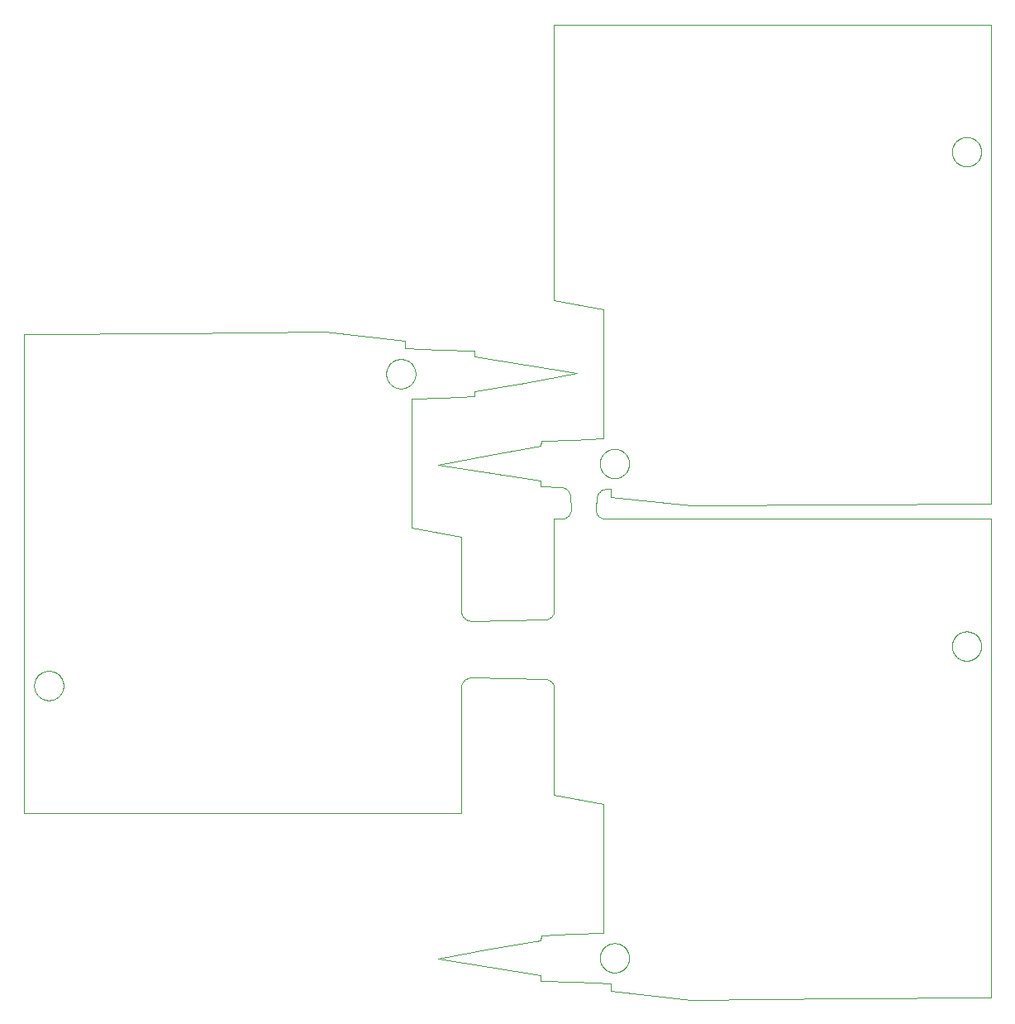
<source format=gko>
%MOIN*%
%OFA0B0*%
%FSLAX44Y44*%
%IPPOS*%
%LPD*%
%ADD10C,0*%
D10*
X00015483Y00025864D02*
X00015483Y00025864D01*
X00015498Y00025864D01*
X00015513Y00025863D01*
X00015529Y00025862D01*
X00015544Y00025860D01*
X00015559Y00025858D01*
X00015574Y00025856D01*
X00015589Y00025853D01*
X00015604Y00025850D01*
X00015619Y00025846D01*
X00015634Y00025842D01*
X00015649Y00025838D01*
X00015663Y00025833D01*
X00015678Y00025828D01*
X00015692Y00025823D01*
X00015706Y00025817D01*
X00015720Y00025811D01*
X00015734Y00025804D01*
X00015748Y00025797D01*
X00015761Y00025790D01*
X00015775Y00025782D01*
X00015788Y00025774D01*
X00015801Y00025766D01*
X00015814Y00025758D01*
X00015826Y00025749D01*
X00015838Y00025739D01*
X00015850Y00025730D01*
X00015862Y00025720D01*
X00015873Y00025710D01*
X00015884Y00025699D01*
X00015895Y00025688D01*
X00015906Y00025677D01*
X00015916Y00025666D01*
X00015926Y00025654D01*
X00015936Y00025643D01*
X00015946Y00025631D01*
X00015955Y00025618D01*
X00015963Y00025606D01*
X00015972Y00025593D01*
X00015980Y00025580D01*
X00015988Y00025567D01*
X00015995Y00025553D01*
X00016002Y00025540D01*
X00016009Y00025526D01*
X00016015Y00025512D01*
X00016022Y00025498D01*
X00016027Y00025484D01*
X00016032Y00025469D01*
X00016037Y00025455D01*
X00016042Y00025440D01*
X00016046Y00025425D01*
X00016050Y00025410D01*
X00016053Y00025395D01*
X00016056Y00025380D01*
X00016058Y00025365D01*
X00016061Y00025350D01*
X00016062Y00025335D01*
X00016064Y00025320D01*
X00016065Y00025304D01*
X00016065Y00025289D01*
X00016066Y00025274D01*
X00016065Y00025258D01*
X00016065Y00025243D01*
X00016064Y00025228D01*
X00016062Y00025212D01*
X00016061Y00025197D01*
X00016058Y00025182D01*
X00016056Y00025167D01*
X00016053Y00025152D01*
X00016050Y00025137D01*
X00016046Y00025122D01*
X00016042Y00025107D01*
X00016037Y00025093D01*
X00016032Y00025078D01*
X00016027Y00025064D01*
X00016022Y00025049D01*
X00016015Y00025035D01*
X00016009Y00025021D01*
X00016002Y00025007D01*
X00015995Y00024994D01*
X00015988Y00024980D01*
X00015980Y00024967D01*
X00015972Y00024954D01*
X00015963Y00024941D01*
X00015955Y00024929D01*
X00015946Y00024917D01*
X00015936Y00024904D01*
X00015926Y00024893D01*
X00015916Y00024881D01*
X00015906Y00024870D01*
X00015895Y00024859D01*
X00015884Y00024848D01*
X00015873Y00024837D01*
X00015862Y00024827D01*
X00015850Y00024817D01*
X00015838Y00024808D01*
X00015826Y00024798D01*
X00015814Y00024790D01*
X00015801Y00024781D01*
X00015788Y00024773D01*
X00015775Y00024765D01*
X00015761Y00024757D01*
X00015748Y00024750D01*
X00015734Y00024743D01*
X00015720Y00024736D01*
X00015706Y00024730D01*
X00015692Y00024724D01*
X00015678Y00024719D01*
X00015663Y00024714D01*
X00015649Y00024709D01*
X00015634Y00024705D01*
X00015619Y00024701D01*
X00015604Y00024697D01*
X00015589Y00024694D01*
X00015574Y00024691D01*
X00015559Y00024689D01*
X00015544Y00024687D01*
X00015529Y00024685D01*
X00015513Y00024684D01*
X00015498Y00024683D01*
X00015483Y00024683D01*
X00015467Y00024683D01*
X00015452Y00024683D01*
X00015437Y00024684D01*
X00015422Y00024685D01*
X00015406Y00024687D01*
X00015391Y00024689D01*
X00015376Y00024691D01*
X00015361Y00024694D01*
X00015346Y00024697D01*
X00015331Y00024701D01*
X00015316Y00024705D01*
X00015301Y00024709D01*
X00015287Y00024714D01*
X00015272Y00024719D01*
X00015258Y00024724D01*
X00015244Y00024730D01*
X00015230Y00024736D01*
X00015216Y00024743D01*
X00015202Y00024750D01*
X00015189Y00024757D01*
X00015175Y00024765D01*
X00015162Y00024773D01*
X00015149Y00024781D01*
X00015137Y00024790D01*
X00015124Y00024798D01*
X00015112Y00024808D01*
X00015100Y00024817D01*
X00015088Y00024827D01*
X00015077Y00024837D01*
X00015066Y00024848D01*
X00015055Y00024859D01*
X00015044Y00024870D01*
X00015034Y00024881D01*
X00015024Y00024893D01*
X00015014Y00024904D01*
X00015005Y00024917D01*
X00014995Y00024929D01*
X00014987Y00024941D01*
X00014978Y00024954D01*
X00014970Y00024967D01*
X00014962Y00024980D01*
X00014955Y00024994D01*
X00014948Y00025007D01*
X00014941Y00025021D01*
X00014935Y00025035D01*
X00014929Y00025049D01*
X00014923Y00025064D01*
X00014918Y00025078D01*
X00014913Y00025093D01*
X00014908Y00025107D01*
X00014904Y00025122D01*
X00014901Y00025137D01*
X00014897Y00025152D01*
X00014894Y00025167D01*
X00014892Y00025182D01*
X00014889Y00025197D01*
X00014888Y00025212D01*
X00014886Y00025228D01*
X00014885Y00025243D01*
X00014885Y00025258D01*
X00014884Y00025274D01*
X00014885Y00025289D01*
X00014885Y00025304D01*
X00014886Y00025320D01*
X00014888Y00025335D01*
X00014889Y00025350D01*
X00014892Y00025365D01*
X00014894Y00025380D01*
X00014897Y00025395D01*
X00014901Y00025410D01*
X00014904Y00025425D01*
X00014908Y00025440D01*
X00014913Y00025455D01*
X00014918Y00025469D01*
X00014923Y00025484D01*
X00014929Y00025498D01*
X00014935Y00025512D01*
X00014941Y00025526D01*
X00014948Y00025540D01*
X00014955Y00025553D01*
X00014962Y00025567D01*
X00014970Y00025580D01*
X00014978Y00025593D01*
X00014987Y00025606D01*
X00014995Y00025618D01*
X00015005Y00025631D01*
X00015014Y00025643D01*
X00015024Y00025654D01*
X00015034Y00025666D01*
X00015044Y00025677D01*
X00015055Y00025688D01*
X00015066Y00025699D01*
X00015077Y00025710D01*
X00015088Y00025720D01*
X00015100Y00025730D01*
X00015112Y00025739D01*
X00015124Y00025749D01*
X00015137Y00025758D01*
X00015149Y00025766D01*
X00015162Y00025774D01*
X00015175Y00025782D01*
X00015189Y00025790D01*
X00015202Y00025797D01*
X00015216Y00025804D01*
X00015230Y00025811D01*
X00015244Y00025817D01*
X00015258Y00025823D01*
X00015272Y00025828D01*
X00015287Y00025833D01*
X00015301Y00025838D01*
X00015316Y00025842D01*
X00015331Y00025846D01*
X00015346Y00025850D01*
X00015361Y00025853D01*
X00015376Y00025856D01*
X00015391Y00025858D01*
X00015406Y00025860D01*
X00015422Y00025862D01*
X00015437Y00025863D01*
X00015452Y00025864D01*
X00015467Y00025864D01*
X00015483Y00025864D01*
X00015911Y00024260D02*
X00015911Y00024260D01*
X00015911Y00024260D01*
X00015909Y00024259D01*
X00015911Y00024260D01*
X00001284Y00013299D02*
X00001284Y00013299D01*
X00001299Y00013298D01*
X00001315Y00013298D01*
X00001330Y00013296D01*
X00001345Y00013295D01*
X00001361Y00013293D01*
X00001376Y00013290D01*
X00001391Y00013288D01*
X00001406Y00013284D01*
X00001421Y00013281D01*
X00001436Y00013277D01*
X00001450Y00013273D01*
X00001465Y00013268D01*
X00001479Y00013263D01*
X00001494Y00013257D01*
X00001508Y00013252D01*
X00001522Y00013245D01*
X00001536Y00013239D01*
X00001549Y00013232D01*
X00001563Y00013225D01*
X00001576Y00013217D01*
X00001589Y00013209D01*
X00001602Y00013201D01*
X00001615Y00013192D01*
X00001627Y00013183D01*
X00001640Y00013174D01*
X00001651Y00013164D01*
X00001663Y00013154D01*
X00001675Y00013144D01*
X00001686Y00013134D01*
X00001697Y00013123D01*
X00001707Y00013112D01*
X00001718Y00013101D01*
X00001728Y00013089D01*
X00001738Y00013077D01*
X00001747Y00013065D01*
X00001756Y00013053D01*
X00001765Y00013040D01*
X00001773Y00013027D01*
X00001781Y00013014D01*
X00001789Y00013001D01*
X00001797Y00012988D01*
X00001804Y00012974D01*
X00001810Y00012960D01*
X00001817Y00012946D01*
X00001823Y00012932D01*
X00001828Y00012918D01*
X00001834Y00012904D01*
X00001839Y00012889D01*
X00001843Y00012875D01*
X00001847Y00012860D01*
X00001851Y00012845D01*
X00001854Y00012830D01*
X00001857Y00012815D01*
X00001860Y00012800D01*
X00001862Y00012785D01*
X00001864Y00012769D01*
X00001865Y00012754D01*
X00001866Y00012739D01*
X00001867Y00012723D01*
X00001867Y00012708D01*
X00001867Y00012693D01*
X00001866Y00012677D01*
X00001865Y00012662D01*
X00001864Y00012647D01*
X00001862Y00012632D01*
X00001860Y00012617D01*
X00001857Y00012601D01*
X00001854Y00012586D01*
X00001851Y00012571D01*
X00001847Y00012557D01*
X00001843Y00012542D01*
X00001839Y00012527D01*
X00001834Y00012513D01*
X00001828Y00012498D01*
X00001823Y00012484D01*
X00001817Y00012470D01*
X00001810Y00012456D01*
X00001804Y00012442D01*
X00001797Y00012428D01*
X00001789Y00012415D01*
X00001781Y00012402D01*
X00001773Y00012389D01*
X00001765Y00012376D01*
X00001756Y00012363D01*
X00001747Y00012351D01*
X00001738Y00012339D01*
X00001728Y00012327D01*
X00001718Y00012316D01*
X00001707Y00012304D01*
X00001697Y00012293D01*
X00001686Y00012282D01*
X00001675Y00012272D01*
X00001663Y00012262D01*
X00001651Y00012252D01*
X00001640Y00012242D01*
X00001627Y00012233D01*
X00001615Y00012224D01*
X00001602Y00012215D01*
X00001589Y00012207D01*
X00001576Y00012199D01*
X00001563Y00012192D01*
X00001549Y00012184D01*
X00001536Y00012177D01*
X00001522Y00012171D01*
X00001508Y00012165D01*
X00001494Y00012159D01*
X00001479Y00012153D01*
X00001465Y00012148D01*
X00001450Y00012144D01*
X00001436Y00012139D01*
X00001421Y00012135D01*
X00001406Y00012132D01*
X00001391Y00012129D01*
X00001376Y00012126D01*
X00001361Y00012124D01*
X00001345Y00012122D01*
X00001330Y00012120D01*
X00001315Y00012119D01*
X00001299Y00012118D01*
X00001284Y00012118D01*
X00001269Y00012118D01*
X00001253Y00012118D01*
X00001238Y00012119D01*
X00001223Y00012120D01*
X00001208Y00012122D01*
X00001192Y00012124D01*
X00001177Y00012126D01*
X00001162Y00012129D01*
X00001147Y00012132D01*
X00001132Y00012135D01*
X00001117Y00012139D01*
X00001103Y00012144D01*
X00001088Y00012148D01*
X00001074Y00012153D01*
X00001059Y00012159D01*
X00001045Y00012165D01*
X00001031Y00012171D01*
X00001017Y00012177D01*
X00001004Y00012184D01*
X00000990Y00012192D01*
X00000977Y00012199D01*
X00000964Y00012207D01*
X00000951Y00012215D01*
X00000938Y00012224D01*
X00000926Y00012233D01*
X00000913Y00012242D01*
X00000901Y00012252D01*
X00000890Y00012262D01*
X00000878Y00012272D01*
X00000867Y00012282D01*
X00000856Y00012293D01*
X00000846Y00012304D01*
X00000835Y00012316D01*
X00000825Y00012327D01*
X00000815Y00012339D01*
X00000806Y00012351D01*
X00000797Y00012363D01*
X00000788Y00012376D01*
X00000780Y00012389D01*
X00000771Y00012402D01*
X00000764Y00012415D01*
X00000756Y00012428D01*
X00000749Y00012442D01*
X00000742Y00012456D01*
X00000736Y00012470D01*
X00000730Y00012484D01*
X00000724Y00012498D01*
X00000719Y00012513D01*
X00000714Y00012527D01*
X00000710Y00012542D01*
X00000706Y00012557D01*
X00000702Y00012571D01*
X00000699Y00012586D01*
X00000696Y00012601D01*
X00000693Y00012617D01*
X00000691Y00012632D01*
X00000689Y00012647D01*
X00000688Y00012662D01*
X00000687Y00012677D01*
X00000686Y00012693D01*
X00000686Y00012708D01*
X00000686Y00012723D01*
X00000687Y00012739D01*
X00000688Y00012754D01*
X00000689Y00012769D01*
X00000691Y00012785D01*
X00000693Y00012800D01*
X00000696Y00012815D01*
X00000699Y00012830D01*
X00000702Y00012845D01*
X00000706Y00012860D01*
X00000710Y00012875D01*
X00000714Y00012889D01*
X00000719Y00012904D01*
X00000724Y00012918D01*
X00000730Y00012932D01*
X00000736Y00012946D01*
X00000742Y00012960D01*
X00000749Y00012974D01*
X00000756Y00012988D01*
X00000764Y00013001D01*
X00000771Y00013014D01*
X00000780Y00013027D01*
X00000788Y00013040D01*
X00000797Y00013053D01*
X00000806Y00013065D01*
X00000815Y00013077D01*
X00000825Y00013089D01*
X00000835Y00013101D01*
X00000846Y00013112D01*
X00000856Y00013123D01*
X00000867Y00013134D01*
X00000878Y00013144D01*
X00000890Y00013154D01*
X00000901Y00013164D01*
X00000913Y00013174D01*
X00000926Y00013183D01*
X00000938Y00013192D01*
X00000951Y00013201D01*
X00000964Y00013209D01*
X00000977Y00013217D01*
X00000990Y00013225D01*
X00001004Y00013232D01*
X00001017Y00013239D01*
X00001031Y00013245D01*
X00001045Y00013252D01*
X00001059Y00013257D01*
X00001074Y00013263D01*
X00001088Y00013268D01*
X00001103Y00013273D01*
X00001117Y00013277D01*
X00001132Y00013281D01*
X00001147Y00013284D01*
X00001162Y00013288D01*
X00001177Y00013290D01*
X00001192Y00013293D01*
X00001208Y00013295D01*
X00001223Y00013296D01*
X00001238Y00013298D01*
X00001253Y00013298D01*
X00001269Y00013299D01*
X00001284Y00013299D01*
X00024083Y00021064D02*
X00024083Y00021064D01*
X00024068Y00021064D01*
X00024053Y00021065D01*
X00024037Y00021066D01*
X00024022Y00021068D01*
X00024007Y00021070D01*
X00023992Y00021072D01*
X00023977Y00021075D01*
X00023962Y00021078D01*
X00023947Y00021082D01*
X00023932Y00021086D01*
X00023917Y00021090D01*
X00023903Y00021095D01*
X00023888Y00021100D01*
X00023874Y00021105D01*
X00023860Y00021111D01*
X00023846Y00021117D01*
X00023832Y00021124D01*
X00023818Y00021131D01*
X00023804Y00021138D01*
X00023791Y00021146D01*
X00023778Y00021154D01*
X00023765Y00021162D01*
X00023752Y00021171D01*
X00023740Y00021179D01*
X00023728Y00021189D01*
X00023716Y00021198D01*
X00023704Y00021208D01*
X00023693Y00021218D01*
X00023681Y00021229D01*
X00023671Y00021240D01*
X00023660Y00021251D01*
X00023650Y00021262D01*
X00023640Y00021274D01*
X00023630Y00021285D01*
X00023620Y00021298D01*
X00023611Y00021310D01*
X00023602Y00021322D01*
X00023594Y00021335D01*
X00023586Y00021348D01*
X00023578Y00021361D01*
X00023571Y00021375D01*
X00023564Y00021388D01*
X00023557Y00021402D01*
X00023550Y00021416D01*
X00023544Y00021430D01*
X00023539Y00021445D01*
X00023534Y00021459D01*
X00023529Y00021474D01*
X00023524Y00021488D01*
X00023520Y00021503D01*
X00023516Y00021518D01*
X00023513Y00021533D01*
X00023510Y00021548D01*
X00023507Y00021563D01*
X00023505Y00021578D01*
X00023503Y00021593D01*
X00023502Y00021609D01*
X00023501Y00021624D01*
X00023500Y00021639D01*
X00023500Y00021655D01*
X00023500Y00021670D01*
X00023501Y00021685D01*
X00023502Y00021701D01*
X00023503Y00021716D01*
X00023505Y00021731D01*
X00023507Y00021746D01*
X00023510Y00021761D01*
X00023513Y00021776D01*
X00023516Y00021791D01*
X00023520Y00021806D01*
X00023524Y00021821D01*
X00023529Y00021836D01*
X00023534Y00021850D01*
X00023539Y00021865D01*
X00023544Y00021879D01*
X00023550Y00021893D01*
X00023557Y00021907D01*
X00023564Y00021921D01*
X00023571Y00021934D01*
X00023578Y00021948D01*
X00023586Y00021961D01*
X00023594Y00021974D01*
X00023602Y00021987D01*
X00023611Y00021999D01*
X00023620Y00022012D01*
X00023630Y00022024D01*
X00023640Y00022035D01*
X00023650Y00022047D01*
X00023660Y00022058D01*
X00023671Y00022069D01*
X00023681Y00022080D01*
X00023693Y00022091D01*
X00023704Y00022101D01*
X00023716Y00022111D01*
X00023728Y00022120D01*
X00023740Y00022130D01*
X00023752Y00022139D01*
X00023765Y00022147D01*
X00023778Y00022155D01*
X00023791Y00022163D01*
X00023804Y00022171D01*
X00023818Y00022178D01*
X00023832Y00022185D01*
X00023846Y00022192D01*
X00023860Y00022198D01*
X00023874Y00022204D01*
X00023888Y00022209D01*
X00023903Y00022214D01*
X00023917Y00022219D01*
X00023932Y00022223D01*
X00023947Y00022227D01*
X00023962Y00022231D01*
X00023977Y00022234D01*
X00023992Y00022237D01*
X00024007Y00022239D01*
X00024022Y00022241D01*
X00024037Y00022243D01*
X00024053Y00022244D01*
X00024068Y00022245D01*
X00024083Y00022245D01*
X00024099Y00022245D01*
X00024114Y00022245D01*
X00024129Y00022244D01*
X00024144Y00022243D01*
X00024160Y00022241D01*
X00024175Y00022239D01*
X00024190Y00022237D01*
X00024205Y00022234D01*
X00024220Y00022231D01*
X00024235Y00022227D01*
X00024250Y00022223D01*
X00024265Y00022219D01*
X00024279Y00022214D01*
X00024294Y00022209D01*
X00024308Y00022204D01*
X00024322Y00022198D01*
X00024336Y00022192D01*
X00024350Y00022185D01*
X00024364Y00022178D01*
X00024377Y00022171D01*
X00024391Y00022163D01*
X00024404Y00022155D01*
X00024417Y00022147D01*
X00024429Y00022139D01*
X00024442Y00022130D01*
X00024454Y00022120D01*
X00024466Y00022111D01*
X00024478Y00022101D01*
X00024489Y00022091D01*
X00024500Y00022080D01*
X00024511Y00022069D01*
X00024522Y00022058D01*
X00024532Y00022047D01*
X00024542Y00022035D01*
X00024552Y00022024D01*
X00024561Y00022012D01*
X00024570Y00021999D01*
X00024579Y00021987D01*
X00024588Y00021974D01*
X00024596Y00021961D01*
X00024604Y00021948D01*
X00024611Y00021934D01*
X00024618Y00021921D01*
X00024625Y00021907D01*
X00024631Y00021893D01*
X00024637Y00021879D01*
X00024643Y00021865D01*
X00024648Y00021850D01*
X00024653Y00021836D01*
X00024658Y00021821D01*
X00024662Y00021806D01*
X00024665Y00021791D01*
X00024669Y00021776D01*
X00024672Y00021761D01*
X00024674Y00021746D01*
X00024676Y00021731D01*
X00024678Y00021716D01*
X00024680Y00021701D01*
X00024681Y00021685D01*
X00024681Y00021670D01*
X00024681Y00021655D01*
X00024681Y00021639D01*
X00024681Y00021624D01*
X00024680Y00021609D01*
X00024678Y00021593D01*
X00024676Y00021578D01*
X00024674Y00021563D01*
X00024672Y00021548D01*
X00024669Y00021533D01*
X00024665Y00021518D01*
X00024662Y00021503D01*
X00024658Y00021488D01*
X00024653Y00021474D01*
X00024648Y00021459D01*
X00024643Y00021445D01*
X00024637Y00021430D01*
X00024631Y00021416D01*
X00024625Y00021402D01*
X00024618Y00021388D01*
X00024611Y00021375D01*
X00024604Y00021361D01*
X00024596Y00021348D01*
X00024588Y00021335D01*
X00024579Y00021322D01*
X00024570Y00021310D01*
X00024561Y00021298D01*
X00024552Y00021285D01*
X00024542Y00021274D01*
X00024532Y00021262D01*
X00024522Y00021251D01*
X00024511Y00021240D01*
X00024500Y00021229D01*
X00024489Y00021218D01*
X00024478Y00021208D01*
X00024466Y00021198D01*
X00024454Y00021189D01*
X00024442Y00021179D01*
X00024429Y00021171D01*
X00024417Y00021162D01*
X00024404Y00021154D01*
X00024391Y00021146D01*
X00024377Y00021138D01*
X00024364Y00021131D01*
X00024350Y00021124D01*
X00024336Y00021117D01*
X00024322Y00021111D01*
X00024308Y00021105D01*
X00024294Y00021100D01*
X00024279Y00021095D01*
X00024265Y00021090D01*
X00024250Y00021086D01*
X00024235Y00021082D01*
X00024220Y00021078D01*
X00024205Y00021075D01*
X00024190Y00021072D01*
X00024175Y00021070D01*
X00024160Y00021068D01*
X00024144Y00021066D01*
X00024129Y00021065D01*
X00024114Y00021064D01*
X00024099Y00021064D01*
X00024083Y00021064D01*
X00023655Y00022668D02*
X00023655Y00022668D01*
X00023655Y00022669D01*
X00023657Y00022669D01*
X00023655Y00022668D01*
X00038282Y00033629D02*
X00038282Y00033629D01*
X00038266Y00033630D01*
X00038251Y00033631D01*
X00038236Y00033632D01*
X00038221Y00033633D01*
X00038205Y00033635D01*
X00038190Y00033638D01*
X00038175Y00033641D01*
X00038160Y00033644D01*
X00038145Y00033647D01*
X00038130Y00033651D01*
X00038116Y00033655D01*
X00038101Y00033660D01*
X00038087Y00033665D01*
X00038072Y00033671D01*
X00038058Y00033677D01*
X00038044Y00033683D01*
X00038030Y00033689D01*
X00038017Y00033696D01*
X00038003Y00033703D01*
X00037990Y00033711D01*
X00037977Y00033719D01*
X00037964Y00033727D01*
X00037951Y00033736D01*
X00037939Y00033745D01*
X00037926Y00033754D01*
X00037914Y00033764D01*
X00037903Y00033774D01*
X00037891Y00033784D01*
X00037880Y00033794D01*
X00037869Y00033805D01*
X00037859Y00033816D01*
X00037848Y00033827D01*
X00037838Y00033839D01*
X00037828Y00033851D01*
X00037819Y00033863D01*
X00037810Y00033875D01*
X00037801Y00033888D01*
X00037793Y00033901D01*
X00037784Y00033914D01*
X00037777Y00033927D01*
X00037769Y00033940D01*
X00037762Y00033954D01*
X00037755Y00033968D01*
X00037749Y00033982D01*
X00037743Y00033996D01*
X00037737Y00034010D01*
X00037732Y00034024D01*
X00037727Y00034039D01*
X00037723Y00034054D01*
X00037719Y00034068D01*
X00037715Y00034083D01*
X00037712Y00034098D01*
X00037709Y00034113D01*
X00037706Y00034128D01*
X00037704Y00034143D01*
X00037702Y00034159D01*
X00037701Y00034174D01*
X00037700Y00034189D01*
X00037699Y00034205D01*
X00037699Y00034220D01*
X00037699Y00034235D01*
X00037700Y00034251D01*
X00037701Y00034266D01*
X00037702Y00034281D01*
X00037704Y00034296D01*
X00037706Y00034312D01*
X00037709Y00034327D01*
X00037712Y00034342D01*
X00037715Y00034357D01*
X00037719Y00034372D01*
X00037723Y00034386D01*
X00037727Y00034401D01*
X00037732Y00034416D01*
X00037737Y00034430D01*
X00037743Y00034444D01*
X00037749Y00034458D01*
X00037755Y00034472D01*
X00037762Y00034486D01*
X00037769Y00034500D01*
X00037777Y00034513D01*
X00037784Y00034526D01*
X00037793Y00034539D01*
X00037801Y00034552D01*
X00037810Y00034565D01*
X00037819Y00034577D01*
X00037828Y00034589D01*
X00037838Y00034601D01*
X00037848Y00034612D01*
X00037859Y00034624D01*
X00037869Y00034635D01*
X00037880Y00034646D01*
X00037891Y00034656D01*
X00037903Y00034666D01*
X00037914Y00034676D01*
X00037926Y00034686D01*
X00037939Y00034695D01*
X00037951Y00034704D01*
X00037964Y00034713D01*
X00037977Y00034721D01*
X00037990Y00034729D01*
X00038003Y00034736D01*
X00038017Y00034744D01*
X00038030Y00034751D01*
X00038044Y00034757D01*
X00038058Y00034763D01*
X00038072Y00034769D01*
X00038087Y00034775D01*
X00038101Y00034780D01*
X00038116Y00034784D01*
X00038130Y00034789D01*
X00038145Y00034793D01*
X00038160Y00034796D01*
X00038175Y00034799D01*
X00038190Y00034802D01*
X00038205Y00034805D01*
X00038221Y00034807D01*
X00038236Y00034808D01*
X00038251Y00034809D01*
X00038266Y00034810D01*
X00038282Y00034811D01*
X00038297Y00034811D01*
X00038312Y00034810D01*
X00038328Y00034809D01*
X00038343Y00034808D01*
X00038358Y00034807D01*
X00038374Y00034805D01*
X00038389Y00034802D01*
X00038404Y00034799D01*
X00038419Y00034796D01*
X00038434Y00034793D01*
X00038448Y00034789D01*
X00038463Y00034784D01*
X00038478Y00034780D01*
X00038492Y00034775D01*
X00038507Y00034769D01*
X00038521Y00034763D01*
X00038535Y00034757D01*
X00038549Y00034751D01*
X00038562Y00034744D01*
X00038576Y00034736D01*
X00038589Y00034729D01*
X00038602Y00034721D01*
X00038615Y00034713D01*
X00038628Y00034704D01*
X00038640Y00034695D01*
X00038653Y00034686D01*
X00038664Y00034676D01*
X00038676Y00034666D01*
X00038688Y00034656D01*
X00038699Y00034646D01*
X00038710Y00034635D01*
X00038720Y00034624D01*
X00038731Y00034612D01*
X00038741Y00034601D01*
X00038751Y00034589D01*
X00038760Y00034577D01*
X00038769Y00034565D01*
X00038778Y00034552D01*
X00038786Y00034539D01*
X00038794Y00034526D01*
X00038802Y00034513D01*
X00038810Y00034500D01*
X00038817Y00034486D01*
X00038823Y00034472D01*
X00038830Y00034458D01*
X00038836Y00034444D01*
X00038841Y00034430D01*
X00038847Y00034416D01*
X00038852Y00034401D01*
X00038856Y00034386D01*
X00038860Y00034372D01*
X00038864Y00034357D01*
X00038867Y00034342D01*
X00038870Y00034327D01*
X00038873Y00034312D01*
X00038875Y00034296D01*
X00038877Y00034281D01*
X00038878Y00034266D01*
X00038879Y00034251D01*
X00038880Y00034235D01*
X00038880Y00034220D01*
X00038880Y00034205D01*
X00038879Y00034189D01*
X00038878Y00034174D01*
X00038877Y00034159D01*
X00038875Y00034143D01*
X00038873Y00034128D01*
X00038870Y00034113D01*
X00038867Y00034098D01*
X00038864Y00034083D01*
X00038860Y00034068D01*
X00038856Y00034054D01*
X00038852Y00034039D01*
X00038847Y00034024D01*
X00038841Y00034010D01*
X00038836Y00033996D01*
X00038830Y00033982D01*
X00038823Y00033968D01*
X00038817Y00033954D01*
X00038810Y00033940D01*
X00038802Y00033927D01*
X00038794Y00033914D01*
X00038786Y00033901D01*
X00038778Y00033888D01*
X00038769Y00033875D01*
X00038760Y00033863D01*
X00038751Y00033851D01*
X00038741Y00033839D01*
X00038731Y00033827D01*
X00038720Y00033816D01*
X00038710Y00033805D01*
X00038699Y00033794D01*
X00038688Y00033784D01*
X00038676Y00033774D01*
X00038664Y00033764D01*
X00038653Y00033754D01*
X00038640Y00033745D01*
X00038628Y00033736D01*
X00038615Y00033727D01*
X00038602Y00033719D01*
X00038589Y00033711D01*
X00038576Y00033703D01*
X00038562Y00033696D01*
X00038549Y00033689D01*
X00038535Y00033683D01*
X00038521Y00033677D01*
X00038507Y00033671D01*
X00038492Y00033665D01*
X00038478Y00033660D01*
X00038463Y00033655D01*
X00038448Y00033651D01*
X00038434Y00033647D01*
X00038419Y00033644D01*
X00038404Y00033641D01*
X00038389Y00033638D01*
X00038374Y00033635D01*
X00038358Y00033633D01*
X00038343Y00033632D01*
X00038328Y00033631D01*
X00038312Y00033630D01*
X00038297Y00033629D01*
X00038282Y00033629D01*
X00024083Y00001143D02*
X00024083Y00001143D01*
X00024068Y00001143D01*
X00024053Y00001144D01*
X00024037Y00001145D01*
X00024022Y00001147D01*
X00024007Y00001149D01*
X00023992Y00001151D01*
X00023977Y00001154D01*
X00023962Y00001157D01*
X00023947Y00001161D01*
X00023932Y00001165D01*
X00023917Y00001169D01*
X00023903Y00001174D01*
X00023888Y00001179D01*
X00023874Y00001184D01*
X00023860Y00001190D01*
X00023846Y00001196D01*
X00023832Y00001203D01*
X00023818Y00001210D01*
X00023804Y00001217D01*
X00023791Y00001224D01*
X00023778Y00001232D01*
X00023765Y00001241D01*
X00023752Y00001249D01*
X00023740Y00001258D01*
X00023728Y00001268D01*
X00023716Y00001277D01*
X00023704Y00001287D01*
X00023693Y00001297D01*
X00023681Y00001308D01*
X00023671Y00001318D01*
X00023660Y00001330D01*
X00023650Y00001341D01*
X00023640Y00001352D01*
X00023630Y00001364D01*
X00023620Y00001376D01*
X00023611Y00001389D01*
X00023602Y00001401D01*
X00023594Y00001414D01*
X00023586Y00001427D01*
X00023578Y00001440D01*
X00023571Y00001454D01*
X00023564Y00001467D01*
X00023557Y00001481D01*
X00023550Y00001495D01*
X00023544Y00001509D01*
X00023539Y00001523D01*
X00023534Y00001538D01*
X00023529Y00001552D01*
X00023524Y00001567D01*
X00023520Y00001582D01*
X00023516Y00001597D01*
X00023513Y00001612D01*
X00023510Y00001627D01*
X00023507Y00001642D01*
X00023505Y00001657D01*
X00023503Y00001672D01*
X00023502Y00001687D01*
X00023501Y00001703D01*
X00023500Y00001718D01*
X00023500Y00001733D01*
X00023500Y00001749D01*
X00023501Y00001764D01*
X00023502Y00001779D01*
X00023503Y00001795D01*
X00023505Y00001810D01*
X00023507Y00001825D01*
X00023510Y00001840D01*
X00023513Y00001855D01*
X00023516Y00001870D01*
X00023520Y00001885D01*
X00023524Y00001900D01*
X00023529Y00001914D01*
X00023534Y00001929D01*
X00023539Y00001943D01*
X00023544Y00001958D01*
X00023550Y00001972D01*
X00023557Y00001986D01*
X00023564Y00001999D01*
X00023571Y00002013D01*
X00023578Y00002026D01*
X00023586Y00002040D01*
X00023594Y00002053D01*
X00023602Y00002065D01*
X00023611Y00002078D01*
X00023620Y00002090D01*
X00023630Y00002102D01*
X00023640Y00002114D01*
X00023650Y00002126D01*
X00023660Y00002137D01*
X00023671Y00002148D01*
X00023681Y00002159D01*
X00023693Y00002170D01*
X00023704Y00002180D01*
X00023716Y00002190D01*
X00023728Y00002199D01*
X00023740Y00002208D01*
X00023752Y00002217D01*
X00023765Y00002226D01*
X00023778Y00002234D01*
X00023791Y00002242D01*
X00023804Y00002250D01*
X00023818Y00002257D01*
X00023832Y00002264D01*
X00023846Y00002271D01*
X00023860Y00002277D01*
X00023874Y00002283D01*
X00023888Y00002288D01*
X00023903Y00002293D01*
X00023917Y00002298D01*
X00023932Y00002302D01*
X00023947Y00002306D01*
X00023962Y00002310D01*
X00023977Y00002313D01*
X00023992Y00002316D01*
X00024007Y00002318D01*
X00024022Y00002320D01*
X00024037Y00002322D01*
X00024053Y00002323D01*
X00024068Y00002324D01*
X00024083Y00002324D01*
X00024099Y00002324D01*
X00024114Y00002324D01*
X00024129Y00002323D01*
X00024144Y00002322D01*
X00024160Y00002320D01*
X00024175Y00002318D01*
X00024190Y00002316D01*
X00024205Y00002313D01*
X00024220Y00002310D01*
X00024235Y00002306D01*
X00024250Y00002302D01*
X00024265Y00002298D01*
X00024279Y00002293D01*
X00024294Y00002288D01*
X00024308Y00002283D01*
X00024322Y00002277D01*
X00024336Y00002271D01*
X00024350Y00002264D01*
X00024364Y00002257D01*
X00024377Y00002250D01*
X00024391Y00002242D01*
X00024404Y00002234D01*
X00024417Y00002226D01*
X00024429Y00002217D01*
X00024442Y00002208D01*
X00024454Y00002199D01*
X00024466Y00002190D01*
X00024478Y00002180D01*
X00024489Y00002170D01*
X00024500Y00002159D01*
X00024511Y00002148D01*
X00024522Y00002137D01*
X00024532Y00002126D01*
X00024542Y00002114D01*
X00024552Y00002102D01*
X00024561Y00002090D01*
X00024570Y00002078D01*
X00024579Y00002065D01*
X00024588Y00002053D01*
X00024596Y00002040D01*
X00024604Y00002026D01*
X00024611Y00002013D01*
X00024618Y00001999D01*
X00024625Y00001986D01*
X00024631Y00001972D01*
X00024637Y00001958D01*
X00024643Y00001943D01*
X00024648Y00001929D01*
X00024653Y00001914D01*
X00024658Y00001900D01*
X00024662Y00001885D01*
X00024665Y00001870D01*
X00024669Y00001855D01*
X00024672Y00001840D01*
X00024674Y00001825D01*
X00024676Y00001810D01*
X00024678Y00001795D01*
X00024680Y00001779D01*
X00024681Y00001764D01*
X00024681Y00001749D01*
X00024681Y00001733D01*
X00024681Y00001718D01*
X00024681Y00001703D01*
X00024680Y00001687D01*
X00024678Y00001672D01*
X00024676Y00001657D01*
X00024674Y00001642D01*
X00024672Y00001627D01*
X00024669Y00001612D01*
X00024665Y00001597D01*
X00024662Y00001582D01*
X00024658Y00001567D01*
X00024653Y00001552D01*
X00024648Y00001538D01*
X00024643Y00001523D01*
X00024637Y00001509D01*
X00024631Y00001495D01*
X00024625Y00001481D01*
X00024618Y00001467D01*
X00024611Y00001454D01*
X00024604Y00001440D01*
X00024596Y00001427D01*
X00024588Y00001414D01*
X00024579Y00001401D01*
X00024570Y00001389D01*
X00024561Y00001376D01*
X00024552Y00001364D01*
X00024542Y00001352D01*
X00024532Y00001341D01*
X00024522Y00001330D01*
X00024511Y00001318D01*
X00024500Y00001308D01*
X00024489Y00001297D01*
X00024478Y00001287D01*
X00024466Y00001277D01*
X00024454Y00001268D01*
X00024442Y00001258D01*
X00024429Y00001249D01*
X00024417Y00001241D01*
X00024404Y00001232D01*
X00024391Y00001224D01*
X00024377Y00001217D01*
X00024364Y00001210D01*
X00024350Y00001203D01*
X00024336Y00001196D01*
X00024322Y00001190D01*
X00024308Y00001184D01*
X00024294Y00001179D01*
X00024279Y00001174D01*
X00024265Y00001169D01*
X00024250Y00001165D01*
X00024235Y00001161D01*
X00024220Y00001157D01*
X00024205Y00001154D01*
X00024190Y00001151D01*
X00024175Y00001149D01*
X00024160Y00001147D01*
X00024144Y00001145D01*
X00024129Y00001144D01*
X00024114Y00001143D01*
X00024099Y00001143D01*
X00024083Y00001143D01*
X00023655Y00002747D02*
X00023655Y00002747D01*
X00023655Y00002747D01*
X00023657Y00002747D01*
X00023655Y00002747D01*
X00038282Y00013708D02*
X00038282Y00013708D01*
X00038266Y00013709D01*
X00038251Y00013709D01*
X00038236Y00013711D01*
X00038221Y00013712D01*
X00038205Y00013714D01*
X00038190Y00013717D01*
X00038175Y00013719D01*
X00038160Y00013722D01*
X00038145Y00013726D01*
X00038130Y00013730D01*
X00038116Y00013734D01*
X00038101Y00013739D01*
X00038087Y00013744D01*
X00038072Y00013750D01*
X00038058Y00013755D01*
X00038044Y00013762D01*
X00038030Y00013768D01*
X00038017Y00013775D01*
X00038003Y00013782D01*
X00037990Y00013790D01*
X00037977Y00013798D01*
X00037964Y00013806D01*
X00037951Y00013815D01*
X00037939Y00013824D01*
X00037926Y00013833D01*
X00037914Y00013843D01*
X00037903Y00013852D01*
X00037891Y00013863D01*
X00037880Y00013873D01*
X00037869Y00013884D01*
X00037859Y00013895D01*
X00037848Y00013906D01*
X00037838Y00013918D01*
X00037828Y00013930D01*
X00037819Y00013942D01*
X00037810Y00013954D01*
X00037801Y00013967D01*
X00037793Y00013979D01*
X00037784Y00013992D01*
X00037777Y00014006D01*
X00037769Y00014019D01*
X00037762Y00014033D01*
X00037755Y00014046D01*
X00037749Y00014060D01*
X00037743Y00014075D01*
X00037737Y00014089D01*
X00037732Y00014103D01*
X00037727Y00014118D01*
X00037723Y00014132D01*
X00037719Y00014147D01*
X00037715Y00014162D01*
X00037712Y00014177D01*
X00037709Y00014192D01*
X00037706Y00014207D01*
X00037704Y00014222D01*
X00037702Y00014238D01*
X00037701Y00014253D01*
X00037700Y00014268D01*
X00037699Y00014283D01*
X00037699Y00014299D01*
X00037699Y00014314D01*
X00037700Y00014329D01*
X00037701Y00014345D01*
X00037702Y00014360D01*
X00037704Y00014375D01*
X00037706Y00014390D01*
X00037709Y00014405D01*
X00037712Y00014421D01*
X00037715Y00014436D01*
X00037719Y00014450D01*
X00037723Y00014465D01*
X00037727Y00014480D01*
X00037732Y00014494D01*
X00037737Y00014509D01*
X00037743Y00014523D01*
X00037749Y00014537D01*
X00037755Y00014551D01*
X00037762Y00014565D01*
X00037769Y00014578D01*
X00037777Y00014592D01*
X00037784Y00014605D01*
X00037793Y00014618D01*
X00037801Y00014631D01*
X00037810Y00014643D01*
X00037819Y00014656D01*
X00037828Y00014668D01*
X00037838Y00014680D01*
X00037848Y00014691D01*
X00037859Y00014703D01*
X00037869Y00014714D01*
X00037880Y00014724D01*
X00037891Y00014735D01*
X00037903Y00014745D01*
X00037914Y00014755D01*
X00037926Y00014765D01*
X00037939Y00014774D01*
X00037951Y00014783D01*
X00037964Y00014791D01*
X00037977Y00014800D01*
X00037990Y00014808D01*
X00038003Y00014815D01*
X00038017Y00014823D01*
X00038030Y00014829D01*
X00038044Y00014836D01*
X00038058Y00014842D01*
X00038072Y00014848D01*
X00038087Y00014853D01*
X00038101Y00014859D01*
X00038116Y00014863D01*
X00038130Y00014868D01*
X00038145Y00014871D01*
X00038160Y00014875D01*
X00038175Y00014878D01*
X00038190Y00014881D01*
X00038205Y00014883D01*
X00038221Y00014885D01*
X00038236Y00014887D01*
X00038251Y00014888D01*
X00038266Y00014889D01*
X00038282Y00014889D01*
X00038297Y00014889D01*
X00038312Y00014889D01*
X00038328Y00014888D01*
X00038343Y00014887D01*
X00038358Y00014885D01*
X00038374Y00014883D01*
X00038389Y00014881D01*
X00038404Y00014878D01*
X00038419Y00014875D01*
X00038434Y00014871D01*
X00038448Y00014868D01*
X00038463Y00014863D01*
X00038478Y00014859D01*
X00038492Y00014853D01*
X00038507Y00014848D01*
X00038521Y00014842D01*
X00038535Y00014836D01*
X00038549Y00014829D01*
X00038562Y00014823D01*
X00038576Y00014815D01*
X00038589Y00014808D01*
X00038602Y00014800D01*
X00038615Y00014791D01*
X00038628Y00014783D01*
X00038640Y00014774D01*
X00038653Y00014765D01*
X00038664Y00014755D01*
X00038676Y00014745D01*
X00038688Y00014735D01*
X00038699Y00014724D01*
X00038710Y00014714D01*
X00038720Y00014703D01*
X00038731Y00014691D01*
X00038741Y00014680D01*
X00038751Y00014668D01*
X00038760Y00014656D01*
X00038769Y00014643D01*
X00038778Y00014631D01*
X00038786Y00014618D01*
X00038794Y00014605D01*
X00038802Y00014592D01*
X00038810Y00014578D01*
X00038817Y00014565D01*
X00038823Y00014551D01*
X00038830Y00014537D01*
X00038836Y00014523D01*
X00038841Y00014509D01*
X00038847Y00014494D01*
X00038852Y00014480D01*
X00038856Y00014465D01*
X00038860Y00014450D01*
X00038864Y00014436D01*
X00038867Y00014421D01*
X00038870Y00014405D01*
X00038873Y00014390D01*
X00038875Y00014375D01*
X00038877Y00014360D01*
X00038878Y00014345D01*
X00038879Y00014329D01*
X00038880Y00014314D01*
X00038880Y00014299D01*
X00038880Y00014283D01*
X00038879Y00014268D01*
X00038878Y00014253D01*
X00038877Y00014238D01*
X00038875Y00014222D01*
X00038873Y00014207D01*
X00038870Y00014192D01*
X00038867Y00014177D01*
X00038864Y00014162D01*
X00038860Y00014147D01*
X00038856Y00014132D01*
X00038852Y00014118D01*
X00038847Y00014103D01*
X00038841Y00014089D01*
X00038836Y00014075D01*
X00038830Y00014060D01*
X00038823Y00014046D01*
X00038817Y00014033D01*
X00038810Y00014019D01*
X00038802Y00014006D01*
X00038794Y00013992D01*
X00038786Y00013979D01*
X00038778Y00013967D01*
X00038769Y00013954D01*
X00038760Y00013942D01*
X00038751Y00013930D01*
X00038741Y00013918D01*
X00038731Y00013906D01*
X00038720Y00013895D01*
X00038710Y00013884D01*
X00038699Y00013873D01*
X00038688Y00013863D01*
X00038676Y00013852D01*
X00038664Y00013843D01*
X00038653Y00013833D01*
X00038640Y00013824D01*
X00038628Y00013815D01*
X00038615Y00013806D01*
X00038602Y00013798D01*
X00038589Y00013790D01*
X00038576Y00013782D01*
X00038562Y00013775D01*
X00038549Y00013768D01*
X00038535Y00013762D01*
X00038521Y00013755D01*
X00038507Y00013750D01*
X00038492Y00013744D01*
X00038478Y00013739D01*
X00038463Y00013734D01*
X00038448Y00013730D01*
X00038434Y00013726D01*
X00038419Y00013722D01*
X00038404Y00013719D01*
X00038389Y00013717D01*
X00038374Y00013714D01*
X00038358Y00013712D01*
X00038343Y00013711D01*
X00038328Y00013709D01*
X00038312Y00013709D01*
X00038297Y00013708D01*
X00038282Y00013708D01*
X00021928Y00020706D02*
X00021928Y00020706D01*
X00021957Y00020704D01*
X00021985Y00020700D01*
X00022014Y00020693D01*
X00022041Y00020685D01*
X00022068Y00020674D01*
X00022094Y00020662D01*
X00022119Y00020648D01*
X00022143Y00020632D01*
X00022166Y00020614D01*
X00022188Y00020594D01*
X00022207Y00020574D01*
X00022226Y00020551D01*
X00022242Y00020528D01*
X00022257Y00020503D01*
X00022270Y00020477D01*
X00022281Y00020450D01*
X00022290Y00020423D01*
X00022298Y00020395D01*
X00022303Y00020367D01*
X00022305Y00020338D01*
X00022337Y00019847D01*
X00022338Y00019815D01*
X00022336Y00019783D01*
X00022331Y00019751D01*
X00022324Y00019719D01*
X00022315Y00019689D01*
X00022302Y00019659D01*
X00022288Y00019630D01*
X00022271Y00019603D01*
X00022252Y00019577D01*
X00022231Y00019552D01*
X00022208Y00019530D01*
X00022183Y00019509D01*
X00022157Y00019491D01*
X00022129Y00019474D01*
X00022100Y00019460D01*
X00022070Y00019449D01*
X00022040Y00019440D01*
X00022008Y00019433D01*
X00021976Y00019429D01*
X00021944Y00019428D01*
X00021657Y00019428D01*
X00021657Y00015760D01*
X00021656Y00015729D01*
X00021653Y00015699D01*
X00021647Y00015669D01*
X00021638Y00015639D01*
X00021628Y00015610D01*
X00021615Y00015583D01*
X00021600Y00015556D01*
X00021584Y00015530D01*
X00021565Y00015506D01*
X00021544Y00015484D01*
X00021522Y00015463D01*
X00021498Y00015443D01*
X00021473Y00015426D01*
X00021446Y00015411D01*
X00021419Y00015398D01*
X00021390Y00015387D01*
X00021361Y00015378D01*
X00021331Y00015372D01*
X00021300Y00015368D01*
X00021270Y00015366D01*
X00018309Y00015319D01*
X00018277Y00015320D01*
X00018246Y00015323D01*
X00018216Y00015328D01*
X00018185Y00015337D01*
X00018156Y00015347D01*
X00018127Y00015360D01*
X00018100Y00015375D01*
X00018074Y00015392D01*
X00018049Y00015411D01*
X00018026Y00015432D01*
X00018005Y00015455D01*
X00017985Y00015479D01*
X00017968Y00015505D01*
X00017952Y00015532D01*
X00017939Y00015560D01*
X00017928Y00015590D01*
X00017920Y00015620D01*
X00017914Y00015650D01*
X00017910Y00015681D01*
X00017909Y00015712D01*
X00017909Y00018690D01*
X00015909Y00019065D01*
X00015909Y00021662D01*
X00015911Y00024260D01*
X00017152Y00024308D01*
X00018428Y00024357D01*
X00018435Y00024373D01*
X00018442Y00024557D01*
X00020492Y00024919D01*
X00022575Y00025315D01*
X00018450Y00025968D01*
X00018450Y00026190D01*
X00017040Y00026246D01*
X00015631Y00026301D01*
X00015631Y00026617D01*
X00012395Y00026954D01*
X00006339Y00026919D01*
X00000284Y00026884D01*
X00000284Y00007579D01*
X00017909Y00007579D01*
X00017909Y00012633D01*
X00017910Y00012664D01*
X00017914Y00012695D01*
X00017920Y00012726D01*
X00017928Y00012756D01*
X00017939Y00012785D01*
X00017952Y00012813D01*
X00017968Y00012841D01*
X00017985Y00012866D01*
X00018005Y00012891D01*
X00018026Y00012914D01*
X00018049Y00012935D01*
X00018074Y00012954D01*
X00018100Y00012971D01*
X00018127Y00012986D01*
X00018156Y00012999D01*
X00018185Y00013009D01*
X00018216Y00013017D01*
X00018246Y00013023D01*
X00018277Y00013026D01*
X00018309Y00013027D01*
X00021270Y00012979D01*
X00021300Y00012978D01*
X00021331Y00012974D01*
X00021361Y00012967D01*
X00021390Y00012959D01*
X00021419Y00012948D01*
X00021446Y00012935D01*
X00021473Y00012919D01*
X00021498Y00012902D01*
X00021522Y00012883D01*
X00021544Y00012862D01*
X00021565Y00012839D01*
X00021584Y00012815D01*
X00021600Y00012790D01*
X00021615Y00012763D01*
X00021628Y00012735D01*
X00021638Y00012706D01*
X00021647Y00012677D01*
X00021653Y00012647D01*
X00021656Y00012616D01*
X00021657Y00012586D01*
X00021657Y00008317D01*
X00023657Y00007942D01*
X00023657Y00005345D01*
X00023655Y00002747D01*
X00022414Y00002699D01*
X00021138Y00002650D01*
X00021131Y00002634D01*
X00021124Y00002450D01*
X00019074Y00002088D01*
X00016991Y00001692D01*
X00021116Y00001039D01*
X00021116Y00000817D01*
X00022525Y00000761D01*
X00023935Y00000706D01*
X00023935Y00000390D01*
X00027171Y00000053D01*
X00033227Y00000088D01*
X00039282Y00000122D01*
X00039282Y00019428D01*
X00023724Y00019428D01*
X00023691Y00019429D01*
X00023658Y00019434D01*
X00023626Y00019440D01*
X00023594Y00019450D01*
X00023564Y00019462D01*
X00023534Y00019477D01*
X00023506Y00019494D01*
X00023479Y00019514D01*
X00023454Y00019536D01*
X00023431Y00019559D01*
X00023410Y00019585D01*
X00023391Y00019612D01*
X00023375Y00019641D01*
X00023361Y00019671D01*
X00023349Y00019702D01*
X00023340Y00019734D01*
X00023334Y00019767D01*
X00023331Y00019800D01*
X00023331Y00019833D01*
X00023333Y00019866D01*
X00023380Y00020283D01*
X00023384Y00020313D01*
X00023391Y00020341D01*
X00023400Y00020370D01*
X00023411Y00020397D01*
X00023423Y00020424D01*
X00023438Y00020449D01*
X00023455Y00020473D01*
X00023473Y00020496D01*
X00023493Y00020518D01*
X00023515Y00020538D01*
X00023538Y00020556D01*
X00023562Y00020573D01*
X00023588Y00020588D01*
X00023614Y00020600D01*
X00023642Y00020611D01*
X00023670Y00020620D01*
X00023699Y00020626D01*
X00023728Y00020631D01*
X00023757Y00020633D01*
X00023787Y00020633D01*
X00023935Y00020627D01*
X00023935Y00020311D01*
X00027171Y00019974D01*
X00033227Y00020009D01*
X00039282Y00020044D01*
X00039282Y00039349D01*
X00021657Y00039349D01*
X00021657Y00028238D01*
X00023657Y00027863D01*
X00023657Y00025266D01*
X00023655Y00022669D01*
X00022414Y00022620D01*
X00021138Y00022571D01*
X00021131Y00022555D01*
X00021124Y00022371D01*
X00019074Y00022009D01*
X00016991Y00021613D01*
X00021116Y00020960D01*
X00021116Y00020738D01*
X00021928Y00020706D01*
M02*
</source>
